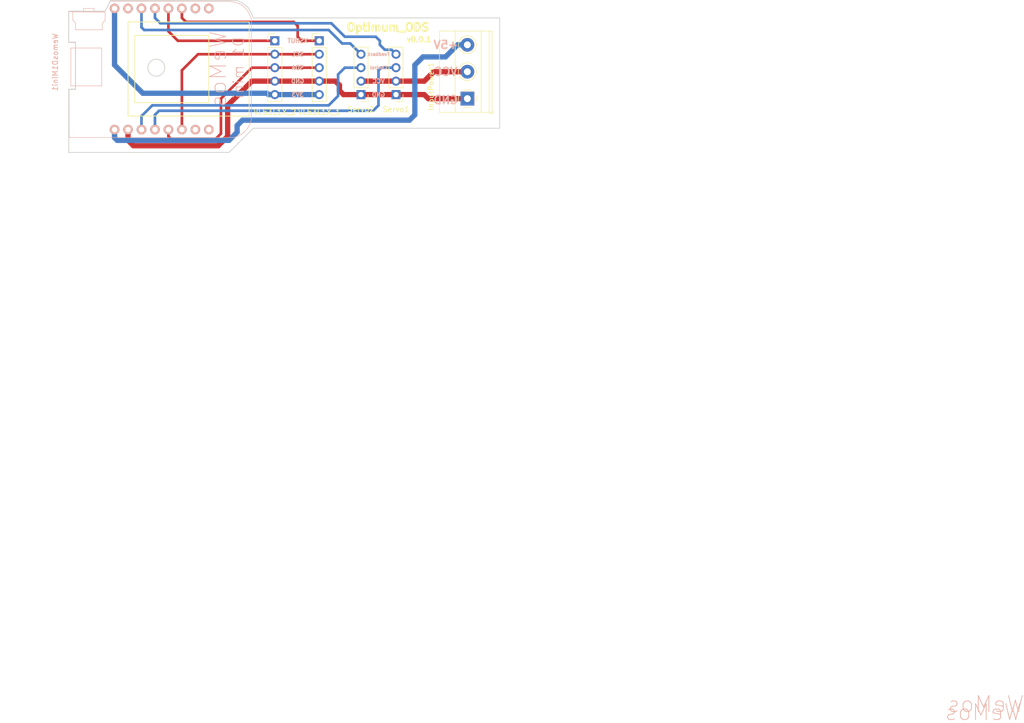
<source format=kicad_pcb>
(kicad_pcb (version 20171130) (host pcbnew "(5.0.2)-1")

  (general
    (thickness 1.6)
    (drawings 40)
    (tracks 93)
    (zones 0)
    (modules 8)
    (nets 18)
  )

  (page A4)
  (layers
    (0 F.Cu signal)
    (31 B.Cu signal)
    (32 B.Adhes user)
    (33 F.Adhes user hide)
    (34 B.Paste user)
    (35 F.Paste user)
    (36 B.SilkS user)
    (37 F.SilkS user)
    (38 B.Mask user)
    (39 F.Mask user)
    (40 Dwgs.User user)
    (41 Cmts.User user)
    (42 Eco1.User user)
    (43 Eco2.User user)
    (44 Edge.Cuts user)
    (45 Margin user)
    (46 B.CrtYd user)
    (47 F.CrtYd user)
    (48 B.Fab user)
    (49 F.Fab user)
  )

  (setup
    (last_trace_width 0.25)
    (user_trace_width 0.5)
    (user_trace_width 1)
    (trace_clearance 0.2)
    (zone_clearance 0.508)
    (zone_45_only no)
    (trace_min 0.2)
    (segment_width 0.2)
    (edge_width 0.15)
    (via_size 0.8)
    (via_drill 0.4)
    (via_min_size 0.4)
    (via_min_drill 0.3)
    (uvia_size 0.3)
    (uvia_drill 0.1)
    (uvias_allowed no)
    (uvia_min_size 0.2)
    (uvia_min_drill 0.1)
    (pcb_text_width 0.3)
    (pcb_text_size 1.5 1.5)
    (mod_edge_width 0.15)
    (mod_text_size 1 1)
    (mod_text_width 0.15)
    (pad_size 1.524 1.524)
    (pad_drill 0.762)
    (pad_to_mask_clearance 0.051)
    (solder_mask_min_width 0.25)
    (aux_axis_origin 0 0)
    (visible_elements 7FFFFFFF)
    (pcbplotparams
      (layerselection 0x010fc_ffffffff)
      (usegerberextensions false)
      (usegerberattributes true)
      (usegerberadvancedattributes false)
      (creategerberjobfile false)
      (excludeedgelayer true)
      (linewidth 0.100000)
      (plotframeref false)
      (viasonmask false)
      (mode 1)
      (useauxorigin false)
      (hpglpennumber 1)
      (hpglpenspeed 20)
      (hpglpendiameter 15.000000)
      (psnegative false)
      (psa4output false)
      (plotreference true)
      (plotvalue true)
      (plotinvisibletext false)
      (padsonsilk false)
      (subtractmaskfromsilk false)
      (outputformat 4)
      (mirror false)
      (drillshape 0)
      (scaleselection 1)
      (outputdirectory "gerber-pdf/"))
  )

  (net 0 "")
  (net 1 +5V)
  (net 2 VCC)
  (net 3 GND)
  (net 4 Servo1_control)
  (net 5 Servo2_control)
  (net 6 "Net-(WemosD1Mini1-Pad8)")
  (net 7 "Net-(WemosD1Mini1-Pad7)")
  (net 8 "Net-(WemosD1Mini1-Pad15)")
  (net 9 XSHUT_1)
  (net 10 SCL)
  (net 11 SDA)
  (net 12 XSHUT_2)
  (net 13 Servo2_feedback)
  (net 14 Servo1_feedback)
  (net 15 +3V3)
  (net 16 "Net-(WemosD1Mini1-Pad10)")
  (net 17 "Net-(WemosD1Mini1-Pad9)")

  (net_class Default "This is the default net class."
    (clearance 0.2)
    (trace_width 0.25)
    (via_dia 0.8)
    (via_drill 0.4)
    (uvia_dia 0.3)
    (uvia_drill 0.1)
    (add_net +3V3)
    (add_net +5V)
    (add_net GND)
    (add_net "Net-(WemosD1Mini1-Pad10)")
    (add_net "Net-(WemosD1Mini1-Pad15)")
    (add_net "Net-(WemosD1Mini1-Pad7)")
    (add_net "Net-(WemosD1Mini1-Pad8)")
    (add_net "Net-(WemosD1Mini1-Pad9)")
    (add_net SCL)
    (add_net SDA)
    (add_net Servo1_control)
    (add_net Servo1_feedback)
    (add_net Servo2_control)
    (add_net Servo2_feedback)
    (add_net VCC)
    (add_net XSHUT_1)
    (add_net XSHUT_2)
  )

  (net_class OSHPARK ""
    (clearance 0.2)
    (trace_width 0.5)
    (via_dia 0.8)
    (via_drill 0.4)
    (uvia_dia 0.3)
    (uvia_drill 0.1)
  )

  (module "" (layer F.Cu) (tedit 0) (tstamp 0)
    (at 156.464 121.666)
    (fp_text reference "" (at 113.792 128.016) (layer F.SilkS)
      (effects (font (size 1.27 1.27) (thickness 0.15)))
    )
    (fp_text value "" (at 113.792 128.016) (layer F.SilkS)
      (effects (font (size 1.27 1.27) (thickness 0.15)))
    )
    (fp_text user WeMos (at 113.538 127.762) (layer B.SilkS)
      (effects (font (size 3 3) (thickness 0.15)) (justify mirror))
    )
  )

  (module "" (layer F.Cu) (tedit 0) (tstamp 0)
    (at 156.972 120.142)
    (fp_text reference "" (at 113.792 128.016) (layer F.SilkS)
      (effects (font (size 1.27 1.27) (thickness 0.15)))
    )
    (fp_text value "" (at 113.792 128.016) (layer F.SilkS)
      (effects (font (size 1.27 1.27) (thickness 0.15)))
    )
    (fp_text user WeMos (at 113.538 127.762) (layer B.SilkS)
      (effects (font (size 3 3) (thickness 0.15)) (justify mirror))
    )
  )

  (module wemos_d1_mini:D1_mini_board (layer B.Cu) (tedit 5766F65E) (tstamp 60208AC4)
    (at 113.792 128.016 90)
    (path /6011D5CA)
    (fp_text reference WemosD1Mini1 (at 1.27 -18.81 90) (layer B.SilkS)
      (effects (font (size 1 1) (thickness 0.15)) (justify mirror))
    )
    (fp_text value WeMos_D1_mini (at 1.27 19.05 90) (layer B.Fab)
      (effects (font (size 1 1) (thickness 0.15)) (justify mirror))
    )
    (fp_text user WeMos (at 0 11.938 90) (layer B.SilkS)
      (effects (font (size 3 3) (thickness 0.15)) (justify mirror))
    )
    (fp_line (start -6.35 -3.81) (end -6.35 10.16) (layer F.SilkS) (width 0.15))
    (fp_line (start -6.35 10.16) (end 6.35 10.16) (layer F.SilkS) (width 0.15))
    (fp_line (start 6.35 10.16) (end 6.35 -3.81) (layer F.SilkS) (width 0.15))
    (fp_line (start 6.35 -3.81) (end -6.35 -3.81) (layer F.SilkS) (width 0.15))
    (fp_line (start -8.89 -5.08) (end 8.89 -5.08) (layer F.SilkS) (width 0.15))
    (fp_line (start 8.89 -5.08) (end 8.89 17.78) (layer F.SilkS) (width 0.15))
    (fp_line (start 8.89 17.78) (end -8.89 17.78) (layer F.SilkS) (width 0.15))
    (fp_line (start -8.89 17.78) (end -8.89 -5.08) (layer F.SilkS) (width 0.15))
    (fp_line (start 10.817472 -16.277228) (end 5.00618 -16.277228) (layer B.SilkS) (width 0.1))
    (fp_line (start 5.00618 -16.277228) (end 4.979849 -14.993795) (layer B.SilkS) (width 0.1))
    (fp_line (start 4.979849 -14.993795) (end -3.851373 -15.000483) (layer B.SilkS) (width 0.1))
    (fp_line (start -3.851373 -15.000483) (end -3.849397 -16.202736) (layer B.SilkS) (width 0.1))
    (fp_line (start -3.849397 -16.202736) (end -12.930193 -16.176658) (layer B.SilkS) (width 0.1))
    (fp_line (start -12.930193 -16.176658) (end -12.916195 14.993493) (layer B.SilkS) (width 0.1))
    (fp_line (start -12.916195 14.993493) (end -12.683384 15.596286) (layer B.SilkS) (width 0.1))
    (fp_line (start -12.683384 15.596286) (end -12.399901 16.141167) (layer B.SilkS) (width 0.1))
    (fp_line (start -12.399901 16.141167) (end -12.065253 16.627577) (layer B.SilkS) (width 0.1))
    (fp_line (start -12.065253 16.627577) (end -11.678953 17.054952) (layer B.SilkS) (width 0.1))
    (fp_line (start -11.678953 17.054952) (end -11.240512 17.422741) (layer B.SilkS) (width 0.1))
    (fp_line (start -11.240512 17.422741) (end -10.74944 17.730377) (layer B.SilkS) (width 0.1))
    (fp_line (start -10.74944 17.730377) (end -10.20525 17.97731) (layer B.SilkS) (width 0.1))
    (fp_line (start -10.20525 17.97731) (end -9.607453 18.162976) (layer B.SilkS) (width 0.1))
    (fp_line (start -9.607453 18.162976) (end 9.43046 18.191734) (layer B.SilkS) (width 0.1))
    (fp_line (start 9.43046 18.191734) (end 10.049824 17.957741) (layer B.SilkS) (width 0.1))
    (fp_line (start 10.049824 17.957741) (end 10.638018 17.673258) (layer B.SilkS) (width 0.1))
    (fp_line (start 10.638018 17.673258) (end 11.181445 17.323743) (layer B.SilkS) (width 0.1))
    (fp_line (start 11.181445 17.323743) (end 11.666503 16.894658) (layer B.SilkS) (width 0.1))
    (fp_line (start 11.666503 16.894658) (end 12.079595 16.37146) (layer B.SilkS) (width 0.1))
    (fp_line (start 12.079595 16.37146) (end 12.407122 15.739613) (layer B.SilkS) (width 0.1))
    (fp_line (start 12.407122 15.739613) (end 12.635482 14.984575) (layer B.SilkS) (width 0.1))
    (fp_line (start 12.635482 14.984575) (end 12.751078 14.091807) (layer B.SilkS) (width 0.1))
    (fp_line (start 12.751078 14.091807) (end 12.776026 -8.463285) (layer B.SilkS) (width 0.1))
    (fp_line (start 12.776026 -8.463285) (end 10.83248 -9.424181) (layer B.SilkS) (width 0.1))
    (fp_line (start 10.83248 -9.424181) (end 10.802686 -16.232524) (layer B.SilkS) (width 0.1))
    (fp_line (start -3.17965 -10.051451) (end 3.959931 -10.051451) (layer B.SilkS) (width 0.1))
    (fp_line (start 3.959931 -10.051451) (end 3.959931 -15.865188) (layer B.SilkS) (width 0.1))
    (fp_line (start 3.959931 -15.865188) (end -3.17965 -15.865188) (layer B.SilkS) (width 0.1))
    (fp_line (start -3.17965 -15.865188) (end -3.17965 -10.051451) (layer B.SilkS) (width 0.1))
    (fp_line (start 10.7436 -9.402349) (end 9.191378 -9.402349) (layer B.SilkS) (width 0.1))
    (fp_line (start 9.191378 -9.402349) (end 8.662211 -9.931515) (layer B.SilkS) (width 0.1))
    (fp_line (start 8.662211 -9.931515) (end 7.40985 -9.931515) (layer B.SilkS) (width 0.1))
    (fp_line (start 7.40985 -9.931515) (end 7.40985 -14.993876) (layer B.SilkS) (width 0.1))
    (fp_line (start 7.40985 -14.993876) (end 8.697489 -14.993876) (layer B.SilkS) (width 0.1))
    (fp_line (start 8.697489 -14.993876) (end 9.226656 -15.487765) (layer B.SilkS) (width 0.1))
    (fp_line (start 9.226656 -15.487765) (end 10.796517 -15.487765) (layer B.SilkS) (width 0.1))
    (fp_line (start 10.796517 -15.487765) (end 10.7436 -9.402349) (layer B.SilkS) (width 0.1))
    (fp_line (start 10.778878 -11.483738) (end 11.431517 -11.483738) (layer B.SilkS) (width 0.1))
    (fp_line (start 11.431517 -11.483738) (end 11.431517 -13.476932) (layer B.SilkS) (width 0.1))
    (fp_line (start 11.431517 -13.476932) (end 10.814156 -13.476932) (layer B.SilkS) (width 0.1))
    (pad 8 thru_hole circle (at -11.43 10.16 90) (size 1.8 1.8) (drill 1.016) (layers *.Cu *.Mask B.SilkS)
      (net 6 "Net-(WemosD1Mini1-Pad8)"))
    (pad 7 thru_hole circle (at -11.43 7.62 90) (size 1.8 1.8) (drill 1.016) (layers *.Cu *.Mask B.SilkS)
      (net 7 "Net-(WemosD1Mini1-Pad7)"))
    (pad 6 thru_hole circle (at -11.43 5.08 90) (size 1.8 1.8) (drill 1.016) (layers *.Cu *.Mask B.SilkS)
      (net 10 SCL))
    (pad 5 thru_hole circle (at -11.43 2.54 90) (size 1.8 1.8) (drill 1.016) (layers *.Cu *.Mask B.SilkS)
      (net 11 SDA))
    (pad 4 thru_hole circle (at -11.43 0 90) (size 1.8 1.8) (drill 1.016) (layers *.Cu *.Mask B.SilkS)
      (net 4 Servo1_control))
    (pad 3 thru_hole circle (at -11.43 -2.54 90) (size 1.8 1.8) (drill 1.016) (layers *.Cu *.Mask B.SilkS)
      (net 5 Servo2_control))
    (pad 2 thru_hole circle (at -11.43 -5.08 90) (size 1.8 1.8) (drill 1.016) (layers *.Cu *.Mask B.SilkS)
      (net 3 GND))
    (pad 1 thru_hole circle (at -11.43 -7.62 90) (size 1.8 1.8) (drill 1.016) (layers *.Cu *.Mask B.SilkS)
      (net 1 +5V))
    (pad 16 thru_hole circle (at 11.43 -7.62 90) (size 1.8 1.8) (drill 1.016) (layers *.Cu *.Mask B.SilkS)
      (net 15 +3V3))
    (pad 15 thru_hole circle (at 11.43 -5.08 90) (size 1.8 1.8) (drill 1.016) (layers *.Cu *.Mask B.SilkS)
      (net 8 "Net-(WemosD1Mini1-Pad15)"))
    (pad 14 thru_hole circle (at 11.43 -2.54 90) (size 1.8 1.8) (drill 1.016) (layers *.Cu *.Mask B.SilkS)
      (net 13 Servo2_feedback))
    (pad 13 thru_hole circle (at 11.43 0 90) (size 1.8 1.8) (drill 1.016) (layers *.Cu *.Mask B.SilkS)
      (net 14 Servo1_feedback))
    (pad 12 thru_hole circle (at 11.43 2.54 90) (size 1.8 1.8) (drill 1.016) (layers *.Cu *.Mask B.SilkS)
      (net 12 XSHUT_2))
    (pad 11 thru_hole circle (at 11.43 5.08 90) (size 1.8 1.8) (drill 1.016) (layers *.Cu *.Mask B.SilkS)
      (net 9 XSHUT_1))
    (pad 10 thru_hole circle (at 11.43 7.62 90) (size 1.8 1.8) (drill 1.016) (layers *.Cu *.Mask B.SilkS)
      (net 16 "Net-(WemosD1Mini1-Pad10)"))
    (pad 9 thru_hole circle (at 11.43 10.16 90) (size 1.8 1.8) (drill 1.016) (layers *.Cu *.Mask B.SilkS)
      (net 17 "Net-(WemosD1Mini1-Pad9)"))
    (model C:/Users/pacle/Desktop/repos/kicad/wemos-d1-mini-kicad/3dshapes/wemos_d1_mini.3dshapes/d1_mini_shield.wrl
      (offset (xyz -12.5 -16.5 -6.5))
      (scale (xyz 0.39 0.39 0.39))
      (rotate (xyz 0 0 0))
    )
    (model C:/Users/pacle/Desktop/repos/kicad/wemos-d1-mini-kicad/3dshapes/wemos_d1_mini.3dshapes/conn-1x8-straight-long-pins.wrl
      (offset (xyz 11.6 1.3 -6.3))
      (scale (xyz 0.39 0.39 0.39))
      (rotate (xyz 0 0 90))
    )
    (model C:/Users/pacle/Desktop/repos/kicad/wemos-d1-mini-kicad/3dshapes/wemos_d1_mini.3dshapes/conn-1x8-straight-long-pins.wrl
      (offset (xyz -11.2 1.3 -6.3))
      (scale (xyz 0.39 0.39 0.39))
      (rotate (xyz 0 0 90))
    )
  )

  (module TerminalBlock_Phoenix:TerminalBlock_Phoenix_MKDS-1,5-3-5.08_1x03_P5.08mm_Horizontal (layer F.Cu) (tedit 6012AB01) (tstamp 60208A1C)
    (at 172.72 133.604 90)
    (descr "Terminal Block Phoenix MKDS-1,5-3-5.08, 3 pins, pitch 5.08mm, size 15.2x9.8mm^2, drill diamater 1.3mm, pad diameter 2.6mm, see http://www.farnell.com/datasheets/100425.pdf, script-generated using https://github.com/pointhi/kicad-footprint-generator/scripts/TerminalBlock_Phoenix")
    (tags "THT Terminal Block Phoenix MKDS-1,5-3-5.08 pitch 5.08mm size 15.2x9.8mm^2 drill 1.3mm pad 2.6mm")
    (path /60118A5D)
    (fp_text reference InputPower1 (at 2.286 -6.858 90) (layer F.SilkS)
      (effects (font (size 1 1) (thickness 0.15)))
    )
    (fp_text value Screw_Terminal_01x03 (at 5.08 5.66 90) (layer F.Fab) hide
      (effects (font (size 1 1) (thickness 0.15)))
    )
    (fp_arc (start 0 0) (end 0 1.68) (angle -24) (layer F.SilkS) (width 0.12))
    (fp_arc (start 0 0) (end 1.535 0.684) (angle -48) (layer F.SilkS) (width 0.12))
    (fp_arc (start 0 0) (end 0.684 -1.535) (angle -48) (layer F.SilkS) (width 0.12))
    (fp_arc (start 0 0) (end -1.535 -0.684) (angle -48) (layer F.SilkS) (width 0.12))
    (fp_arc (start 0 0) (end -0.684 1.535) (angle -25) (layer F.SilkS) (width 0.12))
    (fp_circle (center 0 0) (end 1.5 0) (layer F.Fab) (width 0.1))
    (fp_circle (center 5.08 0) (end 6.58 0) (layer F.Fab) (width 0.1))
    (fp_circle (center 5.08 0) (end 6.76 0) (layer F.SilkS) (width 0.12))
    (fp_circle (center 10.16 0) (end 11.66 0) (layer F.Fab) (width 0.1))
    (fp_circle (center 10.16 0) (end 11.84 0) (layer F.SilkS) (width 0.12))
    (fp_line (start -2.54 -5.2) (end 12.7 -5.2) (layer F.Fab) (width 0.1))
    (fp_line (start 12.7 -5.2) (end 12.7 4.6) (layer F.Fab) (width 0.1))
    (fp_line (start 12.7 4.6) (end -2.04 4.6) (layer F.Fab) (width 0.1))
    (fp_line (start -2.04 4.6) (end -2.54 4.1) (layer F.Fab) (width 0.1))
    (fp_line (start -2.54 4.1) (end -2.54 -5.2) (layer F.Fab) (width 0.1))
    (fp_line (start -2.54 4.1) (end 12.7 4.1) (layer F.Fab) (width 0.1))
    (fp_line (start -2.6 4.1) (end 12.76 4.1) (layer F.SilkS) (width 0.12))
    (fp_line (start -2.54 2.6) (end 12.7 2.6) (layer F.Fab) (width 0.1))
    (fp_line (start -2.6 2.6) (end 12.76 2.6) (layer F.SilkS) (width 0.12))
    (fp_line (start -2.54 -2.3) (end 12.7 -2.3) (layer F.Fab) (width 0.1))
    (fp_line (start -2.6 -2.301) (end 12.76 -2.301) (layer F.SilkS) (width 0.12))
    (fp_line (start -2.6 -5.261) (end 12.76 -5.261) (layer F.SilkS) (width 0.12))
    (fp_line (start -2.6 4.66) (end 12.76 4.66) (layer F.SilkS) (width 0.12))
    (fp_line (start -2.6 -5.261) (end -2.6 4.66) (layer F.SilkS) (width 0.12))
    (fp_line (start 12.76 -5.261) (end 12.76 4.66) (layer F.SilkS) (width 0.12))
    (fp_line (start 1.138 -0.955) (end -0.955 1.138) (layer F.Fab) (width 0.1))
    (fp_line (start 0.955 -1.138) (end -1.138 0.955) (layer F.Fab) (width 0.1))
    (fp_line (start 6.218 -0.955) (end 4.126 1.138) (layer F.Fab) (width 0.1))
    (fp_line (start 6.035 -1.138) (end 3.943 0.955) (layer F.Fab) (width 0.1))
    (fp_line (start 6.355 -1.069) (end 6.308 -1.023) (layer F.SilkS) (width 0.12))
    (fp_line (start 4.046 1.239) (end 4.011 1.274) (layer F.SilkS) (width 0.12))
    (fp_line (start 6.15 -1.275) (end 6.115 -1.239) (layer F.SilkS) (width 0.12))
    (fp_line (start 3.853 1.023) (end 3.806 1.069) (layer F.SilkS) (width 0.12))
    (fp_line (start 11.298 -0.955) (end 9.206 1.138) (layer F.Fab) (width 0.1))
    (fp_line (start 11.115 -1.138) (end 9.023 0.955) (layer F.Fab) (width 0.1))
    (fp_line (start 11.435 -1.069) (end 11.388 -1.023) (layer F.SilkS) (width 0.12))
    (fp_line (start 9.126 1.239) (end 9.091 1.274) (layer F.SilkS) (width 0.12))
    (fp_line (start 11.23 -1.275) (end 11.195 -1.239) (layer F.SilkS) (width 0.12))
    (fp_line (start 8.933 1.023) (end 8.886 1.069) (layer F.SilkS) (width 0.12))
    (fp_line (start -2.84 4.16) (end -2.84 4.9) (layer F.SilkS) (width 0.12))
    (fp_line (start -2.84 4.9) (end -2.34 4.9) (layer F.SilkS) (width 0.12))
    (fp_line (start -3.04 -5.71) (end -3.04 5.1) (layer F.CrtYd) (width 0.05))
    (fp_line (start -3.04 5.1) (end 13.21 5.1) (layer F.CrtYd) (width 0.05))
    (fp_line (start 13.21 5.1) (end 13.21 -5.71) (layer F.CrtYd) (width 0.05))
    (fp_line (start 13.21 -5.71) (end -3.04 -5.71) (layer F.CrtYd) (width 0.05))
    (fp_text user %R (at 5.08 3.2 90) (layer F.Fab)
      (effects (font (size 1 1) (thickness 0.15)))
    )
    (pad 1 thru_hole rect (at 0 0 90) (size 2.6 2.6) (drill 1.3) (layers *.Cu *.Mask)
      (net 3 GND))
    (pad 2 thru_hole circle (at 5.08 0 90) (size 2.6 2.6) (drill 1.3) (layers *.Cu *.Mask)
      (net 2 VCC))
    (pad 3 thru_hole circle (at 10.16 0 90) (size 2.6 2.6) (drill 1.3) (layers *.Cu *.Mask)
      (net 1 +5V))
    (model ${KISYS3DMOD}/TerminalBlock_Phoenix.3dshapes/TerminalBlock_Phoenix_MKDS-1,5-3-5.08_1x03_P5.08mm_Horizontal.wrl
      (at (xyz 0 0 0))
      (scale (xyz 1 1 1))
      (rotate (xyz 0 0 0))
    )
    (model C:/Users/pacle/Desktop/repos/kicad/TerminalBlock_Phoenix.3dshapes/TerminalBlock_Phoenix.3dshapes/TerminalBlock_Phoenix_PT-1,5-3-5.0-H_1x03_P5.00mm_Horizontal.step
      (at (xyz 0 0 0))
      (scale (xyz 1 1 1))
      (rotate (xyz 0 0 0))
    )
  )

  (module Connector_PinHeader_2.54mm:PinHeader_1x04_P2.54mm_Vertical (layer F.Cu) (tedit 6012AACA) (tstamp 60208A34)
    (at 159.258 132.842 180)
    (descr "Through hole straight pin header, 1x04, 2.54mm pitch, single row")
    (tags "Through hole pin header THT 1x04 2.54mm single row")
    (path /60119A90)
    (fp_text reference Servo1 (at 0 -2.794 180) (layer F.SilkS)
      (effects (font (size 1 1) (thickness 0.15)))
    )
    (fp_text value Conn_01x04_Male (at 0 9.95 180) (layer F.Fab) hide
      (effects (font (size 1 1) (thickness 0.15)))
    )
    (fp_line (start -0.635 -1.27) (end 1.27 -1.27) (layer F.Fab) (width 0.1))
    (fp_line (start 1.27 -1.27) (end 1.27 8.89) (layer F.Fab) (width 0.1))
    (fp_line (start 1.27 8.89) (end -1.27 8.89) (layer F.Fab) (width 0.1))
    (fp_line (start -1.27 8.89) (end -1.27 -0.635) (layer F.Fab) (width 0.1))
    (fp_line (start -1.27 -0.635) (end -0.635 -1.27) (layer F.Fab) (width 0.1))
    (fp_line (start -1.33 8.95) (end 1.33 8.95) (layer F.SilkS) (width 0.12))
    (fp_line (start -1.33 1.27) (end -1.33 8.95) (layer F.SilkS) (width 0.12))
    (fp_line (start 1.33 1.27) (end 1.33 8.95) (layer F.SilkS) (width 0.12))
    (fp_line (start -1.33 1.27) (end 1.33 1.27) (layer F.SilkS) (width 0.12))
    (fp_line (start -1.33 0) (end -1.33 -1.33) (layer F.SilkS) (width 0.12))
    (fp_line (start -1.33 -1.33) (end 0 -1.33) (layer F.SilkS) (width 0.12))
    (fp_line (start -1.8 -1.8) (end -1.8 9.4) (layer F.CrtYd) (width 0.05))
    (fp_line (start -1.8 9.4) (end 1.8 9.4) (layer F.CrtYd) (width 0.05))
    (fp_line (start 1.8 9.4) (end 1.8 -1.8) (layer F.CrtYd) (width 0.05))
    (fp_line (start 1.8 -1.8) (end -1.8 -1.8) (layer F.CrtYd) (width 0.05))
    (fp_text user %R (at 0 3.81 270) (layer F.Fab)
      (effects (font (size 1 1) (thickness 0.15)))
    )
    (pad 1 thru_hole rect (at 0 0 180) (size 1.7 1.7) (drill 1) (layers *.Cu *.Mask)
      (net 3 GND))
    (pad 2 thru_hole oval (at 0 2.54 180) (size 1.7 1.7) (drill 1) (layers *.Cu *.Mask)
      (net 2 VCC))
    (pad 3 thru_hole oval (at 0 5.08 180) (size 1.7 1.7) (drill 1) (layers *.Cu *.Mask)
      (net 4 Servo1_control))
    (pad 4 thru_hole oval (at 0 7.62 180) (size 1.7 1.7) (drill 1) (layers *.Cu *.Mask)
      (net 14 Servo1_feedback))
    (model ${KISYS3DMOD}/Connector_PinHeader_2.54mm.3dshapes/PinHeader_1x04_P2.54mm_Vertical.wrl
      (at (xyz 0 0 0))
      (scale (xyz 1 1 1))
      (rotate (xyz 0 0 0))
    )
  )

  (module Connector_PinHeader_2.54mm:PinHeader_1x04_P2.54mm_Vertical (layer F.Cu) (tedit 6012AAC3) (tstamp 60208A4C)
    (at 152.654 132.842 180)
    (descr "Through hole straight pin header, 1x04, 2.54mm pitch, single row")
    (tags "Through hole pin header THT 1x04 2.54mm single row")
    (path /6011A082)
    (fp_text reference Servo2 (at 0 -2.794 180) (layer F.SilkS)
      (effects (font (size 1 1) (thickness 0.15)))
    )
    (fp_text value Conn_01x04_Male (at 0 9.95 180) (layer F.Fab) hide
      (effects (font (size 1 1) (thickness 0.15)))
    )
    (fp_text user %R (at 0 3.81 270) (layer F.Fab)
      (effects (font (size 1 1) (thickness 0.15)))
    )
    (fp_line (start 1.8 -1.8) (end -1.8 -1.8) (layer F.CrtYd) (width 0.05))
    (fp_line (start 1.8 9.4) (end 1.8 -1.8) (layer F.CrtYd) (width 0.05))
    (fp_line (start -1.8 9.4) (end 1.8 9.4) (layer F.CrtYd) (width 0.05))
    (fp_line (start -1.8 -1.8) (end -1.8 9.4) (layer F.CrtYd) (width 0.05))
    (fp_line (start -1.33 -1.33) (end 0 -1.33) (layer F.SilkS) (width 0.12))
    (fp_line (start -1.33 0) (end -1.33 -1.33) (layer F.SilkS) (width 0.12))
    (fp_line (start -1.33 1.27) (end 1.33 1.27) (layer F.SilkS) (width 0.12))
    (fp_line (start 1.33 1.27) (end 1.33 8.95) (layer F.SilkS) (width 0.12))
    (fp_line (start -1.33 1.27) (end -1.33 8.95) (layer F.SilkS) (width 0.12))
    (fp_line (start -1.33 8.95) (end 1.33 8.95) (layer F.SilkS) (width 0.12))
    (fp_line (start -1.27 -0.635) (end -0.635 -1.27) (layer F.Fab) (width 0.1))
    (fp_line (start -1.27 8.89) (end -1.27 -0.635) (layer F.Fab) (width 0.1))
    (fp_line (start 1.27 8.89) (end -1.27 8.89) (layer F.Fab) (width 0.1))
    (fp_line (start 1.27 -1.27) (end 1.27 8.89) (layer F.Fab) (width 0.1))
    (fp_line (start -0.635 -1.27) (end 1.27 -1.27) (layer F.Fab) (width 0.1))
    (pad 4 thru_hole oval (at 0 7.62 180) (size 1.7 1.7) (drill 1) (layers *.Cu *.Mask)
      (net 13 Servo2_feedback))
    (pad 3 thru_hole oval (at 0 5.08 180) (size 1.7 1.7) (drill 1) (layers *.Cu *.Mask)
      (net 5 Servo2_control))
    (pad 2 thru_hole oval (at 0 2.54 180) (size 1.7 1.7) (drill 1) (layers *.Cu *.Mask)
      (net 2 VCC))
    (pad 1 thru_hole rect (at 0 0 180) (size 1.7 1.7) (drill 1) (layers *.Cu *.Mask)
      (net 3 GND))
    (model ${KISYS3DMOD}/Connector_PinHeader_2.54mm.3dshapes/PinHeader_1x04_P2.54mm_Vertical.wrl
      (at (xyz 0 0 0))
      (scale (xyz 1 1 1))
      (rotate (xyz 0 0 0))
    )
  )

  (module Connector_PinHeader_2.54mm:PinHeader_1x05_P2.54mm_Vertical (layer F.Cu) (tedit 6012AAD8) (tstamp 60208A65)
    (at 144.78 122.682)
    (descr "Through hole straight pin header, 1x05, 2.54mm pitch, single row")
    (tags "Through hole pin header THT 1x05 2.54mm single row")
    (path /6011D140)
    (fp_text reference VL53L1X_1 (at 0 13.462) (layer F.SilkS)
      (effects (font (size 1 1) (thickness 0.15)))
    )
    (fp_text value Conn_01x05_Female (at 0 12.49) (layer F.Fab) hide
      (effects (font (size 1 1) (thickness 0.15)))
    )
    (fp_line (start -0.635 -1.27) (end 1.27 -1.27) (layer F.Fab) (width 0.1))
    (fp_line (start 1.27 -1.27) (end 1.27 11.43) (layer F.Fab) (width 0.1))
    (fp_line (start 1.27 11.43) (end -1.27 11.43) (layer F.Fab) (width 0.1))
    (fp_line (start -1.27 11.43) (end -1.27 -0.635) (layer F.Fab) (width 0.1))
    (fp_line (start -1.27 -0.635) (end -0.635 -1.27) (layer F.Fab) (width 0.1))
    (fp_line (start -1.33 11.49) (end 1.33 11.49) (layer F.SilkS) (width 0.12))
    (fp_line (start -1.33 1.27) (end -1.33 11.49) (layer F.SilkS) (width 0.12))
    (fp_line (start 1.33 1.27) (end 1.33 11.49) (layer F.SilkS) (width 0.12))
    (fp_line (start -1.33 1.27) (end 1.33 1.27) (layer F.SilkS) (width 0.12))
    (fp_line (start -1.33 0) (end -1.33 -1.33) (layer F.SilkS) (width 0.12))
    (fp_line (start -1.33 -1.33) (end 0 -1.33) (layer F.SilkS) (width 0.12))
    (fp_line (start -1.8 -1.8) (end -1.8 11.95) (layer F.CrtYd) (width 0.05))
    (fp_line (start -1.8 11.95) (end 1.8 11.95) (layer F.CrtYd) (width 0.05))
    (fp_line (start 1.8 11.95) (end 1.8 -1.8) (layer F.CrtYd) (width 0.05))
    (fp_line (start 1.8 -1.8) (end -1.8 -1.8) (layer F.CrtYd) (width 0.05))
    (fp_text user %R (at 0 5.08 90) (layer F.Fab)
      (effects (font (size 1 1) (thickness 0.15)))
    )
    (pad 1 thru_hole rect (at 0 0) (size 1.7 1.7) (drill 1) (layers *.Cu *.Mask)
      (net 9 XSHUT_1))
    (pad 2 thru_hole oval (at 0 2.54) (size 1.7 1.7) (drill 1) (layers *.Cu *.Mask)
      (net 10 SCL))
    (pad 3 thru_hole oval (at 0 5.08) (size 1.7 1.7) (drill 1) (layers *.Cu *.Mask)
      (net 11 SDA))
    (pad 4 thru_hole oval (at 0 7.62) (size 1.7 1.7) (drill 1) (layers *.Cu *.Mask)
      (net 3 GND))
    (pad 5 thru_hole oval (at 0 10.16) (size 1.7 1.7) (drill 1) (layers *.Cu *.Mask)
      (net 15 +3V3))
    (model ${KISYS3DMOD}/Connector_PinHeader_2.54mm.3dshapes/PinHeader_1x05_P2.54mm_Vertical.wrl
      (at (xyz 0 0 0))
      (scale (xyz 1 1 1))
      (rotate (xyz 0 0 0))
    )
  )

  (module Connector_PinHeader_2.54mm:PinHeader_1x05_P2.54mm_Vertical (layer F.Cu) (tedit 6012AAD3) (tstamp 60208A7E)
    (at 136.398 122.682)
    (descr "Through hole straight pin header, 1x05, 2.54mm pitch, single row")
    (tags "Through hole pin header THT 1x05 2.54mm single row")
    (path /601243E2)
    (fp_text reference VL53L1X_2 (at 0 13.462) (layer F.SilkS)
      (effects (font (size 1 1) (thickness 0.15)))
    )
    (fp_text value Conn_01x05_Female (at 0 12.49) (layer F.Fab) hide
      (effects (font (size 1 1) (thickness 0.15)))
    )
    (fp_text user %R (at 0 5.08 90) (layer F.Fab)
      (effects (font (size 1 1) (thickness 0.15)))
    )
    (fp_line (start 1.8 -1.8) (end -1.8 -1.8) (layer F.CrtYd) (width 0.05))
    (fp_line (start 1.8 11.95) (end 1.8 -1.8) (layer F.CrtYd) (width 0.05))
    (fp_line (start -1.8 11.95) (end 1.8 11.95) (layer F.CrtYd) (width 0.05))
    (fp_line (start -1.8 -1.8) (end -1.8 11.95) (layer F.CrtYd) (width 0.05))
    (fp_line (start -1.33 -1.33) (end 0 -1.33) (layer F.SilkS) (width 0.12))
    (fp_line (start -1.33 0) (end -1.33 -1.33) (layer F.SilkS) (width 0.12))
    (fp_line (start -1.33 1.27) (end 1.33 1.27) (layer F.SilkS) (width 0.12))
    (fp_line (start 1.33 1.27) (end 1.33 11.49) (layer F.SilkS) (width 0.12))
    (fp_line (start -1.33 1.27) (end -1.33 11.49) (layer F.SilkS) (width 0.12))
    (fp_line (start -1.33 11.49) (end 1.33 11.49) (layer F.SilkS) (width 0.12))
    (fp_line (start -1.27 -0.635) (end -0.635 -1.27) (layer F.Fab) (width 0.1))
    (fp_line (start -1.27 11.43) (end -1.27 -0.635) (layer F.Fab) (width 0.1))
    (fp_line (start 1.27 11.43) (end -1.27 11.43) (layer F.Fab) (width 0.1))
    (fp_line (start 1.27 -1.27) (end 1.27 11.43) (layer F.Fab) (width 0.1))
    (fp_line (start -0.635 -1.27) (end 1.27 -1.27) (layer F.Fab) (width 0.1))
    (pad 5 thru_hole oval (at 0 10.16) (size 1.7 1.7) (drill 1) (layers *.Cu *.Mask)
      (net 15 +3V3))
    (pad 4 thru_hole oval (at 0 7.62) (size 1.7 1.7) (drill 1) (layers *.Cu *.Mask)
      (net 3 GND))
    (pad 3 thru_hole oval (at 0 5.08) (size 1.7 1.7) (drill 1) (layers *.Cu *.Mask)
      (net 11 SDA))
    (pad 2 thru_hole oval (at 0 2.54) (size 1.7 1.7) (drill 1) (layers *.Cu *.Mask)
      (net 10 SCL))
    (pad 1 thru_hole rect (at 0 0) (size 1.7 1.7) (drill 1) (layers *.Cu *.Mask)
      (net 12 XSHUT_2))
    (model ${KISYS3DMOD}/Connector_PinHeader_2.54mm.3dshapes/PinHeader_1x05_P2.54mm_Vertical.wrl
      (at (xyz 0 0 0))
      (scale (xyz 1 1 1))
      (rotate (xyz 0 0 0))
    )
  )

  (gr_circle (center 114.046 127.762) (end 115.646 127.762) (layer Edge.Cuts) (width 0.15))
  (dimension 16.51 (width 0.3) (layer Dwgs.User)
    (gr_text "16.510 mm" (at 105.791 135.704) (layer Dwgs.User)
      (effects (font (size 1.5 1.5) (thickness 0.3)))
    )
    (feature1 (pts (xy 114.046 127.762) (xy 114.046 134.190421)))
    (feature2 (pts (xy 97.536 127.762) (xy 97.536 134.190421)))
    (crossbar (pts (xy 97.536 133.604) (xy 114.046 133.604)))
    (arrow1a (pts (xy 114.046 133.604) (xy 112.919496 134.190421)))
    (arrow1b (pts (xy 114.046 133.604) (xy 112.919496 133.017579)))
    (arrow2a (pts (xy 97.536 133.604) (xy 98.662504 134.190421)))
    (arrow2b (pts (xy 97.536 133.604) (xy 98.662504 133.017579)))
  )
  (dimension 16.002 (width 0.3) (layer Dwgs.User)
    (gr_text "16.002 mm" (at 90.102 135.763 90) (layer Dwgs.User)
      (effects (font (size 1.5 1.5) (thickness 0.3)))
    )
    (feature1 (pts (xy 97.536 127.762) (xy 91.615579 127.762)))
    (feature2 (pts (xy 97.536 143.764) (xy 91.615579 143.764)))
    (crossbar (pts (xy 92.202 143.764) (xy 92.202 127.762)))
    (arrow1a (pts (xy 92.202 127.762) (xy 92.788421 128.888504)))
    (arrow1b (pts (xy 92.202 127.762) (xy 91.615579 128.888504)))
    (arrow2a (pts (xy 92.202 143.764) (xy 92.788421 142.637496)))
    (arrow2b (pts (xy 92.202 143.764) (xy 91.615579 142.637496)))
  )
  (gr_text v0.0.1 (at 163.576 122.428) (layer F.SilkS)
    (effects (font (size 1 1) (thickness 0.25)))
  )
  (gr_text Optimum_ODS (at 157.734 120.142) (layer F.SilkS)
    (effects (font (size 1.5 1.5) (thickness 0.375)))
  )
  (gr_text "D1 mini" (at 129.54 127.762 90) (layer B.SilkS)
    (effects (font (size 2 2) (thickness 0.15)) (justify mirror))
  )
  (gr_text XSHUT (at 140.716 122.682) (layer B.SilkS) (tstamp 6012BBBB)
    (effects (font (size 0.8 0.8) (thickness 0.2)) (justify mirror))
  )
  (gr_text SCL (at 140.716 125.222) (layer B.SilkS) (tstamp 6012BBBB)
    (effects (font (size 0.8 0.8) (thickness 0.2)) (justify mirror))
  )
  (gr_text SDA (at 140.716 127.762) (layer B.SilkS) (tstamp 6012BBBB)
    (effects (font (size 0.8 0.8) (thickness 0.2)) (justify mirror))
  )
  (gr_text 3V3 (at 140.716 132.842) (layer B.SilkS) (tstamp 6012BBBB)
    (effects (font (size 0.8 0.8) (thickness 0.2)) (justify mirror))
  )
  (gr_text GND (at 140.716 130.302) (layer B.SilkS) (tstamp 6012BBBB)
    (effects (font (size 0.8 0.8) (thickness 0.2)) (justify mirror))
  )
  (gr_text Feedback (at 155.956 125.222) (layer B.SilkS) (tstamp 6012B2F8)
    (effects (font (size 0.6 0.6) (thickness 0.15)) (justify mirror))
  )
  (gr_text Control (at 155.956 127.762) (layer B.SilkS) (tstamp 6012B2F8)
    (effects (font (size 0.6 0.6) (thickness 0.15)) (justify mirror))
  )
  (gr_text VCC (at 155.956 130.302) (layer B.SilkS) (tstamp 6012B2F8)
    (effects (font (size 0.8 0.8) (thickness 0.2)) (justify mirror))
  )
  (gr_text GND (at 155.956 132.842) (layer B.SilkS)
    (effects (font (size 0.8 0.8) (thickness 0.2)) (justify mirror))
  )
  (gr_text +5V (at 168.656 123.444) (layer B.SilkS)
    (effects (font (size 1.5 1.5) (thickness 0.3)) (justify mirror))
  )
  (gr_text VCC (at 168.656 128.524) (layer B.SilkS)
    (effects (font (size 1.5 1.5) (thickness 0.3)) (justify mirror))
  )
  (gr_text GND (at 168.656 133.858) (layer B.SilkS)
    (effects (font (size 1.5 1.5) (thickness 0.3)) (justify mirror))
  )
  (gr_line (start 178.816 118.364) (end 178.816 139.192) (layer Edge.Cuts) (width 0.15))
  (gr_line (start 148.082 118.364) (end 178.816 118.364) (layer Edge.Cuts) (width 0.15))
  (gr_line (start 137.414 118.364) (end 148.082 118.364) (layer Edge.Cuts) (width 0.15))
  (gr_line (start 132.334 118.364) (end 137.414 118.364) (layer Edge.Cuts) (width 0.15))
  (gr_line (start 132.08 117.602) (end 132.334 118.364) (layer Edge.Cuts) (width 0.15))
  (gr_line (start 131.318 116.332) (end 132.08 117.602) (layer Edge.Cuts) (width 0.15))
  (gr_line (start 130.302 115.57) (end 131.318 116.332) (layer Edge.Cuts) (width 0.15))
  (gr_line (start 129.286 115.062) (end 130.302 115.57) (layer Edge.Cuts) (width 0.15))
  (gr_line (start 128.016 115.062) (end 129.286 115.062) (layer Edge.Cuts) (width 0.15))
  (gr_line (start 105.41 115.062) (end 128.016 115.062) (layer Edge.Cuts) (width 0.15))
  (gr_line (start 104.394 117.094) (end 105.41 115.062) (layer Edge.Cuts) (width 0.15))
  (gr_line (start 97.536 117.094) (end 104.394 117.094) (layer Edge.Cuts) (width 0.15))
  (gr_line (start 97.536 122.936) (end 97.536 117.094) (layer Edge.Cuts) (width 0.15))
  (gr_line (start 98.806 122.936) (end 97.536 122.936) (layer Edge.Cuts) (width 0.15))
  (gr_line (start 98.806 131.826) (end 98.806 122.936) (layer Edge.Cuts) (width 0.15))
  (gr_line (start 97.536 131.826) (end 98.806 131.826) (layer Edge.Cuts) (width 0.15))
  (gr_line (start 97.536 143.764) (end 97.536 131.826) (layer Edge.Cuts) (width 0.15))
  (gr_line (start 132.334 139.192) (end 178.816 139.192) (layer Edge.Cuts) (width 0.15))
  (gr_line (start 127.762 143.764) (end 132.334 139.192) (layer Edge.Cuts) (width 0.15))
  (gr_line (start 127.508 143.764) (end 127.762 143.764) (layer Edge.Cuts) (width 0.15))
  (gr_line (start 109.474 143.764) (end 127.508 143.764) (layer Edge.Cuts) (width 0.15))
  (gr_line (start 109.474 143.764) (end 97.536 143.764) (layer Edge.Cuts) (width 0.15))

  (segment (start 106.68 141.478) (end 106.172 140.97) (width 1) (layer B.Cu) (net 1))
  (segment (start 127.762 141.478) (end 106.68 141.478) (width 1) (layer B.Cu) (net 1))
  (segment (start 129.286 138.684) (end 129.286 139.954) (width 1) (layer B.Cu) (net 1))
  (segment (start 130.302 137.668) (end 129.286 138.684) (width 1) (layer B.Cu) (net 1))
  (segment (start 161.798 137.668) (end 130.302 137.668) (width 1) (layer B.Cu) (net 1))
  (segment (start 170.881523 123.444) (end 168.595523 125.73) (width 1) (layer B.Cu) (net 1))
  (segment (start 129.286 139.954) (end 127.762 141.478) (width 1) (layer B.Cu) (net 1))
  (segment (start 172.72 123.444) (end 170.881523 123.444) (width 1) (layer B.Cu) (net 1))
  (segment (start 168.595523 125.73) (end 164.338 125.73) (width 1) (layer B.Cu) (net 1))
  (segment (start 164.338 125.73) (end 162.814 127.254) (width 1) (layer B.Cu) (net 1))
  (segment (start 106.172 140.97) (end 106.172 139.446) (width 1) (layer B.Cu) (net 1))
  (segment (start 162.814 127.254) (end 162.814 136.652) (width 1) (layer B.Cu) (net 1))
  (segment (start 162.814 136.652) (end 161.798 137.668) (width 1) (layer B.Cu) (net 1))
  (segment (start 172.72 128.524) (end 166.37 128.524) (width 1) (layer F.Cu) (net 2))
  (segment (start 164.592 130.302) (end 159.258 130.302) (width 1) (layer F.Cu) (net 2))
  (segment (start 166.37 128.524) (end 164.592 130.302) (width 1) (layer F.Cu) (net 2))
  (segment (start 152.654 130.302) (end 159.258 130.302) (width 1) (layer F.Cu) (net 2))
  (segment (start 152.654 132.842) (end 159.258 132.842) (width 1) (layer F.Cu) (net 3))
  (segment (start 159.258 132.842) (end 164.592 132.842) (width 1) (layer F.Cu) (net 3))
  (segment (start 165.354 133.604) (end 172.72 133.604) (width 1) (layer F.Cu) (net 3))
  (segment (start 164.592 132.842) (end 165.354 133.604) (width 1) (layer F.Cu) (net 3))
  (segment (start 152.654 132.842) (end 149.352 132.842) (width 1) (layer F.Cu) (net 3))
  (segment (start 149.352 132.842) (end 148.59 132.08) (width 1) (layer F.Cu) (net 3))
  (segment (start 148.59 132.08) (end 148.59 131.064) (width 1) (layer F.Cu) (net 3))
  (segment (start 147.828 130.302) (end 144.78 130.302) (width 1) (layer F.Cu) (net 3))
  (segment (start 148.59 131.064) (end 147.828 130.302) (width 1) (layer F.Cu) (net 3))
  (segment (start 144.78 130.302) (end 136.398 130.302) (width 1) (layer F.Cu) (net 3))
  (segment (start 108.712 141.478) (end 108.712 139.446) (width 1) (layer F.Cu) (net 3))
  (segment (start 132.08 130.302) (end 127.508 134.874) (width 1) (layer F.Cu) (net 3))
  (segment (start 136.398 130.302) (end 132.08 130.302) (width 1) (layer F.Cu) (net 3))
  (segment (start 127.508 134.874) (end 127.508 140.716) (width 1) (layer F.Cu) (net 3))
  (segment (start 127.508 140.716) (end 125.73 142.494) (width 1) (layer F.Cu) (net 3))
  (segment (start 125.73 142.494) (end 109.728 142.494) (width 1) (layer F.Cu) (net 3))
  (segment (start 109.728 142.494) (end 108.712 141.478) (width 1) (layer F.Cu) (net 3))
  (segment (start 156.464 127.762) (end 155.956 128.27) (width 0.5) (layer B.Cu) (net 4))
  (segment (start 159.258 127.762) (end 156.464 127.762) (width 0.5) (layer B.Cu) (net 4))
  (segment (start 155.956 128.27) (end 155.956 134.874) (width 0.5) (layer B.Cu) (net 4))
  (segment (start 155.956 134.874) (end 154.94 135.89) (width 0.5) (layer B.Cu) (net 4))
  (segment (start 113.792 136.652) (end 113.792 139.446) (width 0.5) (layer B.Cu) (net 4))
  (segment (start 154.94 135.89) (end 114.554 135.89) (width 0.5) (layer B.Cu) (net 4))
  (segment (start 114.554 135.89) (end 113.792 136.652) (width 0.5) (layer B.Cu) (net 4))
  (segment (start 111.252 136.906) (end 111.252 139.446) (width 0.5) (layer B.Cu) (net 5))
  (segment (start 149.606 127.762) (end 148.336 129.032) (width 0.5) (layer B.Cu) (net 5))
  (segment (start 152.654 127.762) (end 149.606 127.762) (width 0.5) (layer B.Cu) (net 5))
  (segment (start 148.336 133.096) (end 146.558 134.874) (width 0.5) (layer B.Cu) (net 5))
  (segment (start 146.558 134.874) (end 113.284 134.874) (width 0.5) (layer B.Cu) (net 5))
  (segment (start 148.336 129.032) (end 148.336 133.096) (width 0.5) (layer B.Cu) (net 5))
  (segment (start 113.284 134.874) (end 111.252 136.906) (width 0.5) (layer B.Cu) (net 5))
  (segment (start 118.872 118.364) (end 118.872 116.586) (width 0.5) (layer F.Cu) (net 9))
  (segment (start 141.478 122.682) (end 140.716 121.92) (width 0.5) (layer F.Cu) (net 9))
  (segment (start 144.78 122.682) (end 141.478 122.682) (width 0.5) (layer F.Cu) (net 9))
  (segment (start 140.716 121.92) (end 140.716 119.888) (width 0.5) (layer F.Cu) (net 9))
  (segment (start 140.716 119.888) (end 139.954 119.126) (width 0.5) (layer F.Cu) (net 9))
  (segment (start 139.954 119.126) (end 119.634 119.126) (width 0.5) (layer F.Cu) (net 9))
  (segment (start 119.634 119.126) (end 118.872 118.364) (width 0.5) (layer F.Cu) (net 9))
  (segment (start 136.398 125.222) (end 144.78 125.222) (width 0.5) (layer F.Cu) (net 10))
  (segment (start 118.872 128.27) (end 118.872 139.446) (width 0.5) (layer F.Cu) (net 10))
  (segment (start 136.398 125.222) (end 121.92 125.222) (width 0.5) (layer F.Cu) (net 10))
  (segment (start 121.92 125.222) (end 118.872 128.27) (width 0.5) (layer F.Cu) (net 10))
  (segment (start 137.600081 127.762) (end 144.78 127.762) (width 0.5) (layer F.Cu) (net 11))
  (segment (start 136.398 127.762) (end 137.600081 127.762) (width 0.5) (layer F.Cu) (net 11))
  (segment (start 116.332 140.718792) (end 116.332 139.446) (width 0.5) (layer F.Cu) (net 11))
  (segment (start 136.398 127.762) (end 132.08 127.762) (width 0.5) (layer F.Cu) (net 11))
  (segment (start 132.08 127.762) (end 126.238 133.604) (width 0.5) (layer F.Cu) (net 11))
  (segment (start 126.238 133.604) (end 126.238 140.208) (width 0.5) (layer F.Cu) (net 11))
  (segment (start 126.238 140.208) (end 125.222 141.224) (width 0.5) (layer F.Cu) (net 11))
  (segment (start 125.222 141.224) (end 116.837208 141.224) (width 0.5) (layer F.Cu) (net 11))
  (segment (start 116.837208 141.224) (end 116.332 140.718792) (width 0.5) (layer F.Cu) (net 11))
  (segment (start 116.332 120.904) (end 116.332 116.586) (width 0.5) (layer F.Cu) (net 12))
  (segment (start 136.398 122.682) (end 118.11 122.682) (width 0.5) (layer F.Cu) (net 12))
  (segment (start 118.11 122.682) (end 116.332 120.904) (width 0.5) (layer F.Cu) (net 12))
  (segment (start 111.252 120.142) (end 111.252 116.586) (width 0.5) (layer B.Cu) (net 13))
  (segment (start 111.76 120.65) (end 111.252 120.142) (width 0.5) (layer B.Cu) (net 13))
  (segment (start 146.558 120.65) (end 111.76 120.65) (width 0.5) (layer B.Cu) (net 13))
  (segment (start 149.098 123.19) (end 146.558 120.65) (width 0.5) (layer B.Cu) (net 13))
  (segment (start 152.654 125.222) (end 150.622 123.19) (width 0.5) (layer B.Cu) (net 13))
  (segment (start 150.622 123.19) (end 149.098 123.19) (width 0.5) (layer B.Cu) (net 13))
  (segment (start 158.408001 124.372001) (end 157.138001 124.372001) (width 0.5) (layer B.Cu) (net 14))
  (segment (start 159.258 125.222) (end 158.408001 124.372001) (width 0.5) (layer B.Cu) (net 14))
  (segment (start 157.138001 124.372001) (end 156.21 123.444) (width 0.5) (layer B.Cu) (net 14))
  (segment (start 156.21 123.444) (end 156.21 122.682) (width 0.5) (layer B.Cu) (net 14))
  (segment (start 156.21 122.682) (end 155.448 121.92) (width 0.5) (layer B.Cu) (net 14))
  (segment (start 155.448 121.92) (end 149.606 121.92) (width 0.5) (layer B.Cu) (net 14))
  (segment (start 149.606 121.92) (end 147.066 119.38) (width 0.5) (layer B.Cu) (net 14))
  (segment (start 147.066 119.38) (end 114.808 119.38) (width 0.5) (layer B.Cu) (net 14))
  (segment (start 113.792 118.364) (end 113.792 116.586) (width 0.5) (layer B.Cu) (net 14))
  (segment (start 114.808 119.38) (end 113.792 118.364) (width 0.5) (layer B.Cu) (net 14))
  (segment (start 106.172 127.254) (end 106.172 116.586) (width 1) (layer B.Cu) (net 15))
  (segment (start 111.506 132.588) (end 106.172 127.254) (width 1) (layer B.Cu) (net 15))
  (segment (start 134.941919 132.588) (end 111.506 132.588) (width 1) (layer B.Cu) (net 15))
  (segment (start 136.398 132.842) (end 135.195919 132.842) (width 1) (layer B.Cu) (net 15))
  (segment (start 135.195919 132.842) (end 134.941919 132.588) (width 1) (layer B.Cu) (net 15))
  (segment (start 144.78 132.842) (end 136.398 132.842) (width 1) (layer B.Cu) (net 15))

)

</source>
